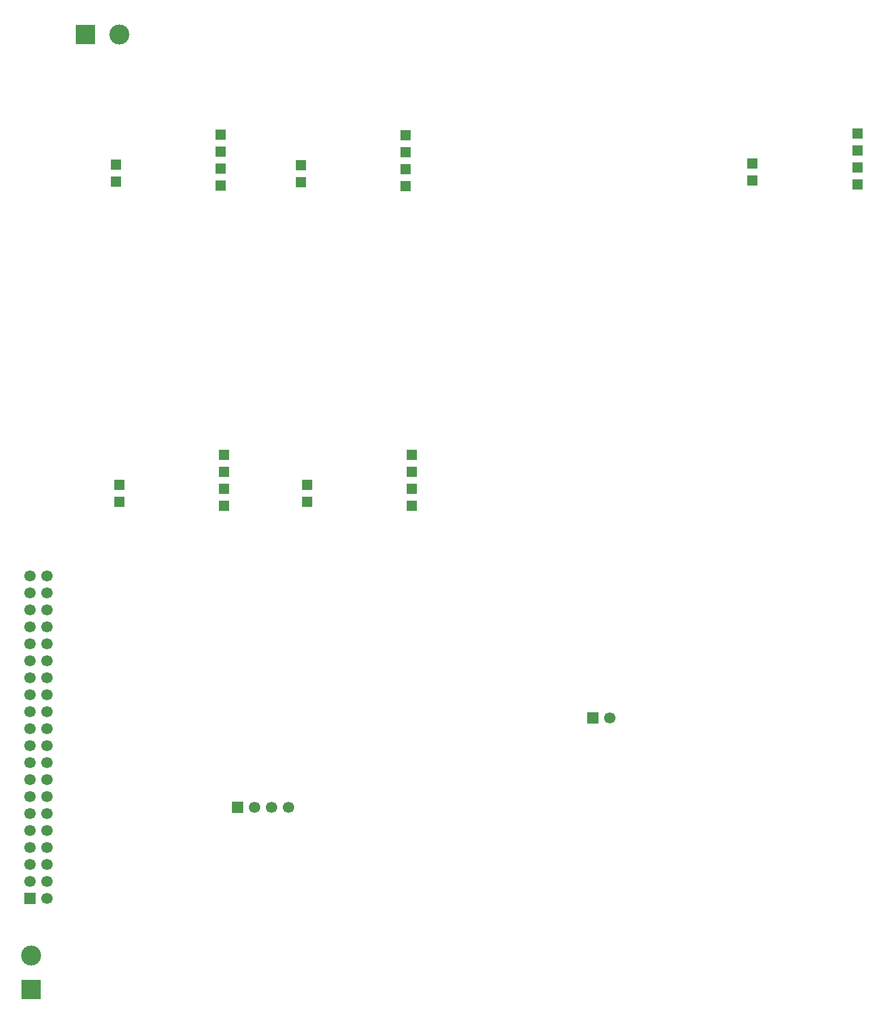
<source format=gbr>
%TF.GenerationSoftware,KiCad,Pcbnew,9.0.2*%
%TF.CreationDate,2025-07-18T21:00:18+02:00*%
%TF.ProjectId,a320-overhead-ventilation_eng_rain-rplnt-wipers,61333230-2d6f-4766-9572-686561642d76,rev?*%
%TF.SameCoordinates,Original*%
%TF.FileFunction,Soldermask,Bot*%
%TF.FilePolarity,Negative*%
%FSLAX46Y46*%
G04 Gerber Fmt 4.6, Leading zero omitted, Abs format (unit mm)*
G04 Created by KiCad (PCBNEW 9.0.2) date 2025-07-18 21:00:18*
%MOMM*%
%LPD*%
G01*
G04 APERTURE LIST*
%ADD10R,3.000000X3.000000*%
%ADD11C,3.000000*%
%ADD12R,1.500000X1.500000*%
%ADD13R,1.700000X1.700000*%
%ADD14C,1.700000*%
G04 APERTURE END LIST*
D10*
%TO.C,J5*%
X31585000Y-21139050D03*
D11*
X36665000Y-21139050D03*
%TD*%
D12*
%TO.C,KR2*%
X79500000Y-36214050D03*
X79500000Y-38754050D03*
X79500000Y-41294050D03*
X79500000Y-43834050D03*
X63800000Y-40714050D03*
X63800000Y-43254050D03*
%TD*%
%TO.C,KR5*%
X80450000Y-84039050D03*
X80450000Y-86579050D03*
X80450000Y-89119050D03*
X80450000Y-91659050D03*
X64750000Y-88539050D03*
X64750000Y-91079050D03*
%TD*%
D13*
%TO.C,J4*%
X54310000Y-136789050D03*
D14*
X56850000Y-136789050D03*
X59390000Y-136789050D03*
X61930000Y-136789050D03*
%TD*%
D12*
%TO.C,KR3*%
X147100000Y-35989050D03*
X147100000Y-38529050D03*
X147100000Y-41069050D03*
X147100000Y-43609050D03*
X131400000Y-40489050D03*
X131400000Y-43029050D03*
%TD*%
D13*
%TO.C,J3*%
X107475000Y-123464050D03*
D14*
X110015000Y-123464050D03*
%TD*%
D12*
%TO.C,KR1*%
X51800000Y-36164050D03*
X51800000Y-38704050D03*
X51800000Y-41244050D03*
X51800000Y-43784050D03*
X36100000Y-40664050D03*
X36100000Y-43204050D03*
%TD*%
%TO.C,KR4*%
X52325000Y-84089050D03*
X52325000Y-86629050D03*
X52325000Y-89169050D03*
X52325000Y-91709050D03*
X36625000Y-88589050D03*
X36625000Y-91129050D03*
%TD*%
D10*
%TO.C,J1*%
X23425000Y-164104050D03*
D11*
X23425000Y-159024050D03*
%TD*%
D13*
%TO.C,J2*%
X23260000Y-150489050D03*
D14*
X25800000Y-150489050D03*
X23260000Y-147949050D03*
X25800000Y-147949050D03*
X23260000Y-145409050D03*
X25800000Y-145409050D03*
X23260000Y-142869050D03*
X25800000Y-142869050D03*
X23260000Y-140329050D03*
X25800000Y-140329050D03*
X23260000Y-137789050D03*
X25800000Y-137789050D03*
X23260000Y-135249050D03*
X25800000Y-135249050D03*
X23260000Y-132709050D03*
X25800000Y-132709050D03*
X23260000Y-130169050D03*
X25800000Y-130169050D03*
X23260000Y-127629050D03*
X25800000Y-127629050D03*
X23260000Y-125089050D03*
X25800000Y-125089050D03*
X23260000Y-122549050D03*
X25800000Y-122549050D03*
X23260000Y-120009050D03*
X25800000Y-120009050D03*
X23260000Y-117469050D03*
X25800000Y-117469050D03*
X23260000Y-114929050D03*
X25800000Y-114929050D03*
X23260000Y-112389050D03*
X25800000Y-112389050D03*
X23260000Y-109849050D03*
X25800000Y-109849050D03*
X23260000Y-107309050D03*
X25800000Y-107309050D03*
X23260000Y-104769050D03*
X25800000Y-104769050D03*
X23260000Y-102229050D03*
X25800000Y-102229050D03*
%TD*%
M02*

</source>
